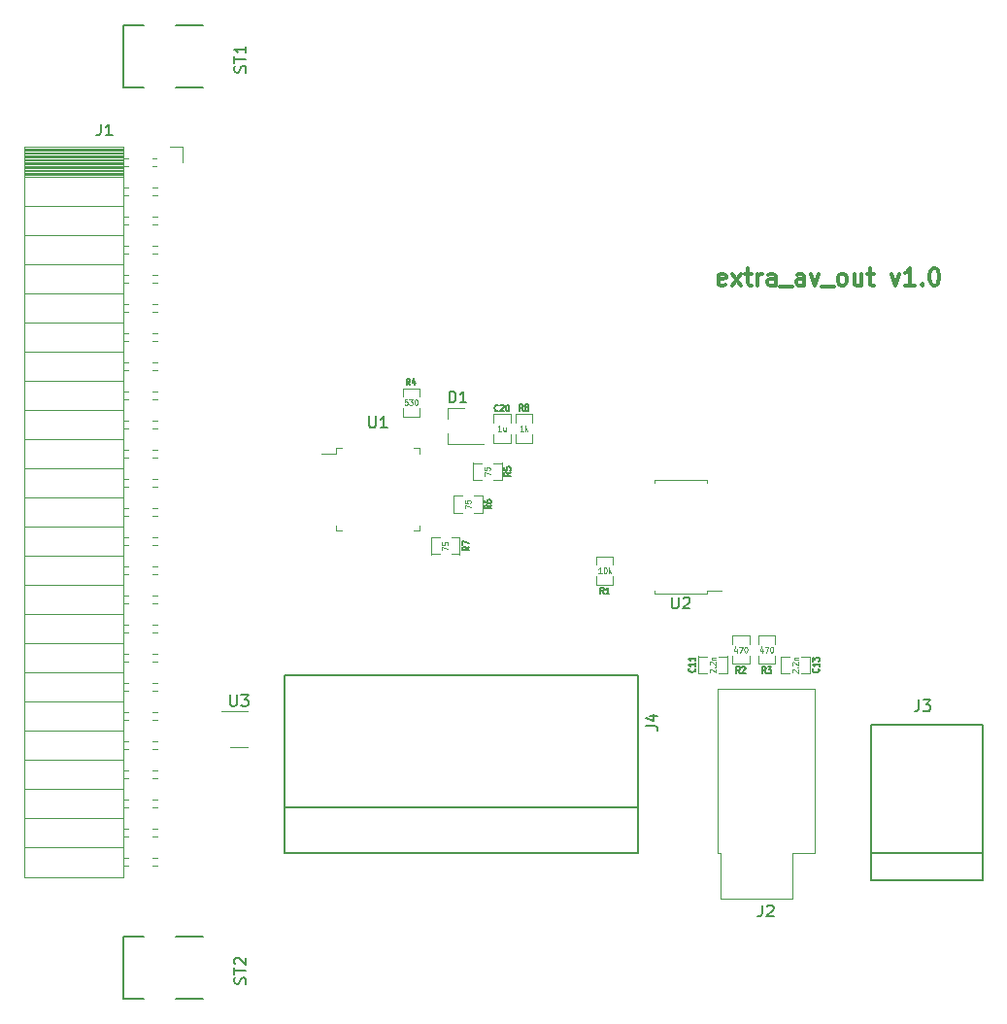
<source format=gbr>
%TF.GenerationSoftware,KiCad,Pcbnew,5.1.9+dfsg1-1*%
%TF.CreationDate,2021-08-04T00:34:55+03:00*%
%TF.ProjectId,extra_av_out,65787472-615f-4617-965f-6f75742e6b69,rev?*%
%TF.SameCoordinates,Original*%
%TF.FileFunction,Legend,Top*%
%TF.FilePolarity,Positive*%
%FSLAX46Y46*%
G04 Gerber Fmt 4.6, Leading zero omitted, Abs format (unit mm)*
G04 Created by KiCad (PCBNEW 5.1.9+dfsg1-1) date 2021-08-04 00:34:55*
%MOMM*%
%LPD*%
G01*
G04 APERTURE LIST*
%ADD10C,0.300000*%
%ADD11C,0.120000*%
%ADD12C,0.150000*%
%ADD13C,0.119380*%
%ADD14C,0.127000*%
%ADD15C,0.114300*%
G04 APERTURE END LIST*
D10*
X97400000Y-37907142D02*
X97257142Y-37978571D01*
X96971428Y-37978571D01*
X96828571Y-37907142D01*
X96757142Y-37764285D01*
X96757142Y-37192857D01*
X96828571Y-37050000D01*
X96971428Y-36978571D01*
X97257142Y-36978571D01*
X97400000Y-37050000D01*
X97471428Y-37192857D01*
X97471428Y-37335714D01*
X96757142Y-37478571D01*
X97971428Y-37978571D02*
X98757142Y-36978571D01*
X97971428Y-36978571D02*
X98757142Y-37978571D01*
X99114285Y-36978571D02*
X99685714Y-36978571D01*
X99328571Y-36478571D02*
X99328571Y-37764285D01*
X99400000Y-37907142D01*
X99542857Y-37978571D01*
X99685714Y-37978571D01*
X100185714Y-37978571D02*
X100185714Y-36978571D01*
X100185714Y-37264285D02*
X100257142Y-37121428D01*
X100328571Y-37050000D01*
X100471428Y-36978571D01*
X100614285Y-36978571D01*
X101757142Y-37978571D02*
X101757142Y-37192857D01*
X101685714Y-37050000D01*
X101542857Y-36978571D01*
X101257142Y-36978571D01*
X101114285Y-37050000D01*
X101757142Y-37907142D02*
X101614285Y-37978571D01*
X101257142Y-37978571D01*
X101114285Y-37907142D01*
X101042857Y-37764285D01*
X101042857Y-37621428D01*
X101114285Y-37478571D01*
X101257142Y-37407142D01*
X101614285Y-37407142D01*
X101757142Y-37335714D01*
X102114285Y-38121428D02*
X103257142Y-38121428D01*
X104257142Y-37978571D02*
X104257142Y-37192857D01*
X104185714Y-37050000D01*
X104042857Y-36978571D01*
X103757142Y-36978571D01*
X103614285Y-37050000D01*
X104257142Y-37907142D02*
X104114285Y-37978571D01*
X103757142Y-37978571D01*
X103614285Y-37907142D01*
X103542857Y-37764285D01*
X103542857Y-37621428D01*
X103614285Y-37478571D01*
X103757142Y-37407142D01*
X104114285Y-37407142D01*
X104257142Y-37335714D01*
X104828571Y-36978571D02*
X105185714Y-37978571D01*
X105542857Y-36978571D01*
X105757142Y-38121428D02*
X106900000Y-38121428D01*
X107471428Y-37978571D02*
X107328571Y-37907142D01*
X107257142Y-37835714D01*
X107185714Y-37692857D01*
X107185714Y-37264285D01*
X107257142Y-37121428D01*
X107328571Y-37050000D01*
X107471428Y-36978571D01*
X107685714Y-36978571D01*
X107828571Y-37050000D01*
X107900000Y-37121428D01*
X107971428Y-37264285D01*
X107971428Y-37692857D01*
X107900000Y-37835714D01*
X107828571Y-37907142D01*
X107685714Y-37978571D01*
X107471428Y-37978571D01*
X109257142Y-36978571D02*
X109257142Y-37978571D01*
X108614285Y-36978571D02*
X108614285Y-37764285D01*
X108685714Y-37907142D01*
X108828571Y-37978571D01*
X109042857Y-37978571D01*
X109185714Y-37907142D01*
X109257142Y-37835714D01*
X109757142Y-36978571D02*
X110328571Y-36978571D01*
X109971428Y-36478571D02*
X109971428Y-37764285D01*
X110042857Y-37907142D01*
X110185714Y-37978571D01*
X110328571Y-37978571D01*
X111828571Y-36978571D02*
X112185714Y-37978571D01*
X112542857Y-36978571D01*
X113900000Y-37978571D02*
X113042857Y-37978571D01*
X113471428Y-37978571D02*
X113471428Y-36478571D01*
X113328571Y-36692857D01*
X113185714Y-36835714D01*
X113042857Y-36907142D01*
X114542857Y-37835714D02*
X114614285Y-37907142D01*
X114542857Y-37978571D01*
X114471428Y-37907142D01*
X114542857Y-37835714D01*
X114542857Y-37978571D01*
X115542857Y-36478571D02*
X115685714Y-36478571D01*
X115828571Y-36550000D01*
X115900000Y-36621428D01*
X115971428Y-36764285D01*
X116042857Y-37050000D01*
X116042857Y-37407142D01*
X115971428Y-37692857D01*
X115900000Y-37835714D01*
X115828571Y-37907142D01*
X115685714Y-37978571D01*
X115542857Y-37978571D01*
X115400000Y-37907142D01*
X115328571Y-37835714D01*
X115257142Y-37692857D01*
X115185714Y-37407142D01*
X115185714Y-37050000D01*
X115257142Y-36764285D01*
X115328571Y-36621428D01*
X115400000Y-36550000D01*
X115542857Y-36478571D01*
D11*
%TO.C,J2*%
X103240000Y-87420000D02*
X103240000Y-91420000D01*
X105140000Y-87420000D02*
X103240000Y-87420000D01*
X105140000Y-73180000D02*
X105140000Y-87420000D01*
X96700000Y-73180000D02*
X105140000Y-73180000D01*
X96700000Y-87420000D02*
X96700000Y-73180000D01*
X97000000Y-87420000D02*
X96700000Y-87420000D01*
X97000000Y-91420000D02*
X97000000Y-87420000D01*
X103240000Y-91420000D02*
X97000000Y-91420000D01*
D12*
%TO.C,ST2*%
X51830000Y-94720000D02*
X49490000Y-94720000D01*
X51830000Y-100160000D02*
X49490000Y-100160000D01*
X46710000Y-94720000D02*
X44930000Y-94720000D01*
X44930000Y-94720000D02*
X44930000Y-100160000D01*
X44930000Y-100160000D02*
X46710000Y-100160000D01*
%TO.C,ST1*%
X51830000Y-15300000D02*
X49490000Y-15300000D01*
X51830000Y-20740000D02*
X49490000Y-20740000D01*
X46710000Y-15300000D02*
X44930000Y-15300000D01*
X44930000Y-15300000D02*
X44930000Y-20740000D01*
X44930000Y-20740000D02*
X46710000Y-20740000D01*
D11*
%TO.C,U3*%
X55770000Y-75070000D02*
X53470000Y-75070000D01*
X54170000Y-78270000D02*
X55770000Y-78270000D01*
%TO.C,U2*%
X95790000Y-64595000D02*
X97080000Y-64595000D01*
X95790000Y-64870000D02*
X95790000Y-64595000D01*
X93480000Y-64870000D02*
X95790000Y-64870000D01*
X91170000Y-64870000D02*
X91170000Y-64595000D01*
X93480000Y-64870000D02*
X91170000Y-64870000D01*
X95790000Y-54950000D02*
X95790000Y-55225000D01*
X93480000Y-54950000D02*
X95790000Y-54950000D01*
X91170000Y-54950000D02*
X91170000Y-55225000D01*
X93480000Y-54950000D02*
X91170000Y-54950000D01*
%TO.C,U1*%
X63480000Y-52620000D02*
X62190000Y-52620000D01*
X63480000Y-52170000D02*
X63480000Y-52620000D01*
X63930000Y-52170000D02*
X63480000Y-52170000D01*
X70700000Y-52170000D02*
X70700000Y-52620000D01*
X70250000Y-52170000D02*
X70700000Y-52170000D01*
X63480000Y-59390000D02*
X63480000Y-58940000D01*
X63930000Y-59390000D02*
X63480000Y-59390000D01*
X70700000Y-59390000D02*
X70700000Y-58940000D01*
X70250000Y-59390000D02*
X70700000Y-59390000D01*
D13*
%TO.C,R8*%
X79093400Y-49210480D02*
X80566600Y-49210480D01*
X80566600Y-51689520D02*
X79093400Y-51689520D01*
X80564060Y-49251120D02*
X80564060Y-49949620D01*
X80564060Y-50950380D02*
X80564060Y-51648880D01*
X79095940Y-49949620D02*
X79095940Y-49251120D01*
X79095940Y-50950380D02*
X79095940Y-51648880D01*
%TO.C,R7*%
X71740480Y-61426600D02*
X71740480Y-59953400D01*
X74219520Y-59953400D02*
X74219520Y-61426600D01*
X71781120Y-59955940D02*
X72479620Y-59955940D01*
X73480380Y-59955940D02*
X74178880Y-59955940D01*
X72479620Y-61424060D02*
X71781120Y-61424060D01*
X73480380Y-61424060D02*
X74178880Y-61424060D01*
%TO.C,R6*%
X73710480Y-57796600D02*
X73710480Y-56323400D01*
X76189520Y-56323400D02*
X76189520Y-57796600D01*
X73751120Y-56325940D02*
X74449620Y-56325940D01*
X75450380Y-56325940D02*
X76148880Y-56325940D01*
X74449620Y-57794060D02*
X73751120Y-57794060D01*
X75450380Y-57794060D02*
X76148880Y-57794060D01*
%TO.C,R5*%
X77879520Y-53463400D02*
X77879520Y-54936600D01*
X75400480Y-54936600D02*
X75400480Y-53463400D01*
X77838880Y-54934060D02*
X77140380Y-54934060D01*
X76139620Y-54934060D02*
X75441120Y-54934060D01*
X77140380Y-53465940D02*
X77838880Y-53465940D01*
X76139620Y-53465940D02*
X75441120Y-53465940D01*
%TO.C,R4*%
X69243400Y-46960480D02*
X70716600Y-46960480D01*
X70716600Y-49439520D02*
X69243400Y-49439520D01*
X70714060Y-47001120D02*
X70714060Y-47699620D01*
X70714060Y-48700380D02*
X70714060Y-49398880D01*
X69245940Y-47699620D02*
X69245940Y-47001120D01*
X69245940Y-48700380D02*
X69245940Y-49398880D01*
%TO.C,R3*%
X101726600Y-70989520D02*
X100253400Y-70989520D01*
X100253400Y-68510480D02*
X101726600Y-68510480D01*
X100255940Y-70948880D02*
X100255940Y-70250380D01*
X100255940Y-69249620D02*
X100255940Y-68551120D01*
X101724060Y-70250380D02*
X101724060Y-70948880D01*
X101724060Y-69249620D02*
X101724060Y-68551120D01*
%TO.C,R2*%
X99466600Y-70989520D02*
X97993400Y-70989520D01*
X97993400Y-68510480D02*
X99466600Y-68510480D01*
X97995940Y-70948880D02*
X97995940Y-70250380D01*
X97995940Y-69249620D02*
X97995940Y-68551120D01*
X99464060Y-70250380D02*
X99464060Y-70948880D01*
X99464060Y-69249620D02*
X99464060Y-68551120D01*
%TO.C,R1*%
X87606600Y-64089520D02*
X86133400Y-64089520D01*
X86133400Y-61610480D02*
X87606600Y-61610480D01*
X86135940Y-64048880D02*
X86135940Y-63350380D01*
X86135940Y-62349620D02*
X86135940Y-61651120D01*
X87604060Y-63350380D02*
X87604060Y-64048880D01*
X87604060Y-62349620D02*
X87604060Y-61651120D01*
D12*
%TO.C,J4*%
X58930000Y-87490000D02*
X58930000Y-71960000D01*
X89730000Y-87490000D02*
X58930000Y-87490000D01*
X89730000Y-71960000D02*
X89730000Y-87490000D01*
X89730000Y-71960000D02*
X58930000Y-71960000D01*
X89730000Y-83440000D02*
X58930000Y-83440000D01*
%TO.C,J3*%
X119830000Y-87475000D02*
X110130000Y-87475000D01*
X119830000Y-76325000D02*
X119830000Y-89825000D01*
X110130000Y-76325000D02*
X119830000Y-76325000D01*
X110130000Y-89825000D02*
X110130000Y-76325000D01*
X119830000Y-89825000D02*
X110130000Y-89825000D01*
D11*
%TO.C,J1*%
X48925790Y-25918710D02*
X50035790Y-25918710D01*
X50035790Y-25918710D02*
X50035790Y-27248710D01*
X36295790Y-25918710D02*
X36295790Y-89538710D01*
X36295790Y-89538710D02*
X44925790Y-89538710D01*
X44925790Y-25918710D02*
X44925790Y-89538710D01*
X36295790Y-25918710D02*
X44925790Y-25918710D01*
X36295790Y-86938710D02*
X44925790Y-86938710D01*
X36295790Y-84398710D02*
X44925790Y-84398710D01*
X36295790Y-81858710D02*
X44925790Y-81858710D01*
X36295790Y-79318710D02*
X44925790Y-79318710D01*
X36295790Y-76778710D02*
X44925790Y-76778710D01*
X36295790Y-74238710D02*
X44925790Y-74238710D01*
X36295790Y-71698710D02*
X44925790Y-71698710D01*
X36295790Y-69158710D02*
X44925790Y-69158710D01*
X36295790Y-66618710D02*
X44925790Y-66618710D01*
X36295790Y-64078710D02*
X44925790Y-64078710D01*
X36295790Y-61538710D02*
X44925790Y-61538710D01*
X36295790Y-58998710D02*
X44925790Y-58998710D01*
X36295790Y-56458710D02*
X44925790Y-56458710D01*
X36295790Y-53918710D02*
X44925790Y-53918710D01*
X36295790Y-51378710D02*
X44925790Y-51378710D01*
X36295790Y-48838710D02*
X44925790Y-48838710D01*
X36295790Y-46298710D02*
X44925790Y-46298710D01*
X36295790Y-43758710D02*
X44925790Y-43758710D01*
X36295790Y-41218710D02*
X44925790Y-41218710D01*
X36295790Y-38678710D02*
X44925790Y-38678710D01*
X36295790Y-36138710D02*
X44925790Y-36138710D01*
X36295790Y-33598710D02*
X44925790Y-33598710D01*
X36295790Y-31058710D02*
X44925790Y-31058710D01*
X36295790Y-28518710D02*
X44925790Y-28518710D01*
X47435790Y-88568710D02*
X47875790Y-88568710D01*
X44925790Y-88568710D02*
X45335790Y-88568710D01*
X47435790Y-87848710D02*
X47875790Y-87848710D01*
X44925790Y-87848710D02*
X45335790Y-87848710D01*
X47435790Y-86028710D02*
X47875790Y-86028710D01*
X44925790Y-86028710D02*
X45335790Y-86028710D01*
X47435790Y-85308710D02*
X47875790Y-85308710D01*
X44925790Y-85308710D02*
X45335790Y-85308710D01*
X47435790Y-83488710D02*
X47875790Y-83488710D01*
X44925790Y-83488710D02*
X45335790Y-83488710D01*
X47435790Y-82768710D02*
X47875790Y-82768710D01*
X44925790Y-82768710D02*
X45335790Y-82768710D01*
X47435790Y-80948710D02*
X47875790Y-80948710D01*
X44925790Y-80948710D02*
X45335790Y-80948710D01*
X47435790Y-80228710D02*
X47875790Y-80228710D01*
X44925790Y-80228710D02*
X45335790Y-80228710D01*
X47435790Y-78408710D02*
X47875790Y-78408710D01*
X44925790Y-78408710D02*
X45335790Y-78408710D01*
X47435790Y-77688710D02*
X47875790Y-77688710D01*
X44925790Y-77688710D02*
X45335790Y-77688710D01*
X47435790Y-75868710D02*
X47875790Y-75868710D01*
X44925790Y-75868710D02*
X45335790Y-75868710D01*
X47435790Y-75148710D02*
X47875790Y-75148710D01*
X44925790Y-75148710D02*
X45335790Y-75148710D01*
X47435790Y-73328710D02*
X47875790Y-73328710D01*
X44925790Y-73328710D02*
X45335790Y-73328710D01*
X47435790Y-72608710D02*
X47875790Y-72608710D01*
X44925790Y-72608710D02*
X45335790Y-72608710D01*
X47435790Y-70788710D02*
X47875790Y-70788710D01*
X44925790Y-70788710D02*
X45335790Y-70788710D01*
X47435790Y-70068710D02*
X47875790Y-70068710D01*
X44925790Y-70068710D02*
X45335790Y-70068710D01*
X47435790Y-68248710D02*
X47875790Y-68248710D01*
X44925790Y-68248710D02*
X45335790Y-68248710D01*
X47435790Y-67528710D02*
X47875790Y-67528710D01*
X44925790Y-67528710D02*
X45335790Y-67528710D01*
X47435790Y-65708710D02*
X47875790Y-65708710D01*
X44925790Y-65708710D02*
X45335790Y-65708710D01*
X47435790Y-64988710D02*
X47875790Y-64988710D01*
X44925790Y-64988710D02*
X45335790Y-64988710D01*
X47435790Y-63168710D02*
X47875790Y-63168710D01*
X44925790Y-63168710D02*
X45335790Y-63168710D01*
X47435790Y-62448710D02*
X47875790Y-62448710D01*
X44925790Y-62448710D02*
X45335790Y-62448710D01*
X47435790Y-60628710D02*
X47875790Y-60628710D01*
X44925790Y-60628710D02*
X45335790Y-60628710D01*
X47435790Y-59908710D02*
X47875790Y-59908710D01*
X44925790Y-59908710D02*
X45335790Y-59908710D01*
X47435790Y-58088710D02*
X47875790Y-58088710D01*
X44925790Y-58088710D02*
X45335790Y-58088710D01*
X47435790Y-57368710D02*
X47875790Y-57368710D01*
X44925790Y-57368710D02*
X45335790Y-57368710D01*
X47435790Y-55548710D02*
X47875790Y-55548710D01*
X44925790Y-55548710D02*
X45335790Y-55548710D01*
X47435790Y-54828710D02*
X47875790Y-54828710D01*
X44925790Y-54828710D02*
X45335790Y-54828710D01*
X47435790Y-53008710D02*
X47875790Y-53008710D01*
X44925790Y-53008710D02*
X45335790Y-53008710D01*
X47435790Y-52288710D02*
X47875790Y-52288710D01*
X44925790Y-52288710D02*
X45335790Y-52288710D01*
X47435790Y-50468710D02*
X47875790Y-50468710D01*
X44925790Y-50468710D02*
X45335790Y-50468710D01*
X47435790Y-49748710D02*
X47875790Y-49748710D01*
X44925790Y-49748710D02*
X45335790Y-49748710D01*
X47435790Y-47928710D02*
X47875790Y-47928710D01*
X44925790Y-47928710D02*
X45335790Y-47928710D01*
X47435790Y-47208710D02*
X47875790Y-47208710D01*
X44925790Y-47208710D02*
X45335790Y-47208710D01*
X47435790Y-45388710D02*
X47875790Y-45388710D01*
X44925790Y-45388710D02*
X45335790Y-45388710D01*
X47435790Y-44668710D02*
X47875790Y-44668710D01*
X44925790Y-44668710D02*
X45335790Y-44668710D01*
X47435790Y-42848710D02*
X47875790Y-42848710D01*
X44925790Y-42848710D02*
X45335790Y-42848710D01*
X47435790Y-42128710D02*
X47875790Y-42128710D01*
X44925790Y-42128710D02*
X45335790Y-42128710D01*
X47435790Y-40308710D02*
X47875790Y-40308710D01*
X44925790Y-40308710D02*
X45335790Y-40308710D01*
X47435790Y-39588710D02*
X47875790Y-39588710D01*
X44925790Y-39588710D02*
X45335790Y-39588710D01*
X47435790Y-37768710D02*
X47875790Y-37768710D01*
X44925790Y-37768710D02*
X45335790Y-37768710D01*
X47435790Y-37048710D02*
X47875790Y-37048710D01*
X44925790Y-37048710D02*
X45335790Y-37048710D01*
X47435790Y-35228710D02*
X47875790Y-35228710D01*
X44925790Y-35228710D02*
X45335790Y-35228710D01*
X47435790Y-34508710D02*
X47875790Y-34508710D01*
X44925790Y-34508710D02*
X45335790Y-34508710D01*
X47435790Y-32688710D02*
X47875790Y-32688710D01*
X44925790Y-32688710D02*
X45335790Y-32688710D01*
X47435790Y-31968710D02*
X47875790Y-31968710D01*
X44925790Y-31968710D02*
X45335790Y-31968710D01*
X47435790Y-30148710D02*
X47875790Y-30148710D01*
X44925790Y-30148710D02*
X45335790Y-30148710D01*
X47435790Y-29428710D02*
X47875790Y-29428710D01*
X44925790Y-29428710D02*
X45335790Y-29428710D01*
X47435790Y-27608710D02*
X47815790Y-27608710D01*
X44925790Y-27608710D02*
X45335790Y-27608710D01*
X47435790Y-26888710D02*
X47815790Y-26888710D01*
X44925790Y-26888710D02*
X45335790Y-26888710D01*
X36295790Y-28400610D02*
X44925790Y-28400610D01*
X36295790Y-28282515D02*
X44925790Y-28282515D01*
X36295790Y-28164420D02*
X44925790Y-28164420D01*
X36295790Y-28046325D02*
X44925790Y-28046325D01*
X36295790Y-27928230D02*
X44925790Y-27928230D01*
X36295790Y-27810135D02*
X44925790Y-27810135D01*
X36295790Y-27692040D02*
X44925790Y-27692040D01*
X36295790Y-27573945D02*
X44925790Y-27573945D01*
X36295790Y-27455850D02*
X44925790Y-27455850D01*
X36295790Y-27337755D02*
X44925790Y-27337755D01*
X36295790Y-27219660D02*
X44925790Y-27219660D01*
X36295790Y-27101565D02*
X44925790Y-27101565D01*
X36295790Y-26983470D02*
X44925790Y-26983470D01*
X36295790Y-26865375D02*
X44925790Y-26865375D01*
X36295790Y-26747280D02*
X44925790Y-26747280D01*
X36295790Y-26629185D02*
X44925790Y-26629185D01*
X36295790Y-26511090D02*
X44925790Y-26511090D01*
X36295790Y-26392995D02*
X44925790Y-26392995D01*
X36295790Y-26274900D02*
X44925790Y-26274900D01*
X36295790Y-26156805D02*
X44925790Y-26156805D01*
X36295790Y-26038710D02*
X44925790Y-26038710D01*
%TO.C,D1*%
X73180000Y-48690000D02*
X74640000Y-48690000D01*
X73180000Y-51850000D02*
X76340000Y-51850000D01*
X73180000Y-51850000D02*
X73180000Y-50920000D01*
X73180000Y-48690000D02*
X73180000Y-49620000D01*
D13*
%TO.C,C20*%
X78646600Y-51699520D02*
X77173400Y-51699520D01*
X77173400Y-49220480D02*
X78646600Y-49220480D01*
X77175940Y-51658880D02*
X77175940Y-50960380D01*
X77175940Y-49959620D02*
X77175940Y-49261120D01*
X78644060Y-50960380D02*
X78644060Y-51658880D01*
X78644060Y-49959620D02*
X78644060Y-49261120D01*
%TO.C,C13*%
X102250480Y-71806600D02*
X102250480Y-70333400D01*
X104729520Y-70333400D02*
X104729520Y-71806600D01*
X102291120Y-70335940D02*
X102989620Y-70335940D01*
X103990380Y-70335940D02*
X104688880Y-70335940D01*
X102989620Y-71804060D02*
X102291120Y-71804060D01*
X103990380Y-71804060D02*
X104688880Y-71804060D01*
%TO.C,C11*%
X95060480Y-71786600D02*
X95060480Y-70313400D01*
X97539520Y-70313400D02*
X97539520Y-71786600D01*
X95101120Y-70315940D02*
X95799620Y-70315940D01*
X96800380Y-70315940D02*
X97498880Y-70315940D01*
X95799620Y-71784060D02*
X95101120Y-71784060D01*
X96800380Y-71784060D02*
X97498880Y-71784060D01*
%TO.C,J2*%
D12*
X100586666Y-92002380D02*
X100586666Y-92716666D01*
X100539047Y-92859523D01*
X100443809Y-92954761D01*
X100300952Y-93002380D01*
X100205714Y-93002380D01*
X101015238Y-92097619D02*
X101062857Y-92050000D01*
X101158095Y-92002380D01*
X101396190Y-92002380D01*
X101491428Y-92050000D01*
X101539047Y-92097619D01*
X101586666Y-92192857D01*
X101586666Y-92288095D01*
X101539047Y-92430952D01*
X100967619Y-93002380D01*
X101586666Y-93002380D01*
%TO.C,ST2*%
X55530241Y-98864797D02*
X55577860Y-98721940D01*
X55577860Y-98483844D01*
X55530241Y-98388606D01*
X55482622Y-98340987D01*
X55387384Y-98293368D01*
X55292146Y-98293368D01*
X55196908Y-98340987D01*
X55149289Y-98388606D01*
X55101670Y-98483844D01*
X55054051Y-98674320D01*
X55006432Y-98769559D01*
X54958813Y-98817178D01*
X54863575Y-98864797D01*
X54768337Y-98864797D01*
X54673099Y-98817178D01*
X54625480Y-98769559D01*
X54577860Y-98674320D01*
X54577860Y-98436225D01*
X54625480Y-98293368D01*
X54577860Y-98007654D02*
X54577860Y-97436225D01*
X55577860Y-97721940D02*
X54577860Y-97721940D01*
X54673099Y-97150511D02*
X54625480Y-97102892D01*
X54577860Y-97007654D01*
X54577860Y-96769559D01*
X54625480Y-96674320D01*
X54673099Y-96626701D01*
X54768337Y-96579082D01*
X54863575Y-96579082D01*
X55006432Y-96626701D01*
X55577860Y-97198130D01*
X55577860Y-96579082D01*
%TO.C,ST1*%
X55530241Y-19444797D02*
X55577860Y-19301940D01*
X55577860Y-19063844D01*
X55530241Y-18968606D01*
X55482622Y-18920987D01*
X55387384Y-18873368D01*
X55292146Y-18873368D01*
X55196908Y-18920987D01*
X55149289Y-18968606D01*
X55101670Y-19063844D01*
X55054051Y-19254320D01*
X55006432Y-19349559D01*
X54958813Y-19397178D01*
X54863575Y-19444797D01*
X54768337Y-19444797D01*
X54673099Y-19397178D01*
X54625480Y-19349559D01*
X54577860Y-19254320D01*
X54577860Y-19016225D01*
X54625480Y-18873368D01*
X54577860Y-18587654D02*
X54577860Y-18016225D01*
X55577860Y-18301940D02*
X54577860Y-18301940D01*
X55577860Y-17159082D02*
X55577860Y-17730511D01*
X55577860Y-17444797D02*
X54577860Y-17444797D01*
X54720718Y-17540035D01*
X54815956Y-17635273D01*
X54863575Y-17730511D01*
%TO.C,U3*%
X54208095Y-73672380D02*
X54208095Y-74481904D01*
X54255714Y-74577142D01*
X54303333Y-74624761D01*
X54398571Y-74672380D01*
X54589047Y-74672380D01*
X54684285Y-74624761D01*
X54731904Y-74577142D01*
X54779523Y-74481904D01*
X54779523Y-73672380D01*
X55160476Y-73672380D02*
X55779523Y-73672380D01*
X55446190Y-74053333D01*
X55589047Y-74053333D01*
X55684285Y-74100952D01*
X55731904Y-74148571D01*
X55779523Y-74243809D01*
X55779523Y-74481904D01*
X55731904Y-74577142D01*
X55684285Y-74624761D01*
X55589047Y-74672380D01*
X55303333Y-74672380D01*
X55208095Y-74624761D01*
X55160476Y-74577142D01*
%TO.C,U2*%
X92718095Y-65162380D02*
X92718095Y-65971904D01*
X92765714Y-66067142D01*
X92813333Y-66114761D01*
X92908571Y-66162380D01*
X93099047Y-66162380D01*
X93194285Y-66114761D01*
X93241904Y-66067142D01*
X93289523Y-65971904D01*
X93289523Y-65162380D01*
X93718095Y-65257619D02*
X93765714Y-65210000D01*
X93860952Y-65162380D01*
X94099047Y-65162380D01*
X94194285Y-65210000D01*
X94241904Y-65257619D01*
X94289523Y-65352857D01*
X94289523Y-65448095D01*
X94241904Y-65590952D01*
X93670476Y-66162380D01*
X94289523Y-66162380D01*
%TO.C,U1*%
X66328095Y-49382380D02*
X66328095Y-50191904D01*
X66375714Y-50287142D01*
X66423333Y-50334761D01*
X66518571Y-50382380D01*
X66709047Y-50382380D01*
X66804285Y-50334761D01*
X66851904Y-50287142D01*
X66899523Y-50191904D01*
X66899523Y-49382380D01*
X67899523Y-50382380D02*
X67328095Y-50382380D01*
X67613809Y-50382380D02*
X67613809Y-49382380D01*
X67518571Y-49525238D01*
X67423333Y-49620476D01*
X67328095Y-49668095D01*
%TO.C,R8*%
D14*
X79745333Y-48936280D02*
X79576000Y-48658090D01*
X79455047Y-48936280D02*
X79455047Y-48352080D01*
X79648571Y-48352080D01*
X79696952Y-48379900D01*
X79721142Y-48407719D01*
X79745333Y-48463357D01*
X79745333Y-48546814D01*
X79721142Y-48602452D01*
X79696952Y-48630271D01*
X79648571Y-48658090D01*
X79455047Y-48658090D01*
X80035619Y-48602452D02*
X79987238Y-48574633D01*
X79963047Y-48546814D01*
X79938857Y-48491176D01*
X79938857Y-48463357D01*
X79963047Y-48407719D01*
X79987238Y-48379900D01*
X80035619Y-48352080D01*
X80132380Y-48352080D01*
X80180761Y-48379900D01*
X80204952Y-48407719D01*
X80229142Y-48463357D01*
X80229142Y-48491176D01*
X80204952Y-48546814D01*
X80180761Y-48574633D01*
X80132380Y-48602452D01*
X80035619Y-48602452D01*
X79987238Y-48630271D01*
X79963047Y-48658090D01*
X79938857Y-48713728D01*
X79938857Y-48825004D01*
X79963047Y-48880642D01*
X79987238Y-48908461D01*
X80035619Y-48936280D01*
X80132380Y-48936280D01*
X80180761Y-48908461D01*
X80204952Y-48880642D01*
X80229142Y-48825004D01*
X80229142Y-48713728D01*
X80204952Y-48658090D01*
X80180761Y-48630271D01*
X80132380Y-48602452D01*
D15*
X79775571Y-50679809D02*
X79514314Y-50679809D01*
X79644942Y-50679809D02*
X79644942Y-50171809D01*
X79601400Y-50244380D01*
X79557857Y-50292761D01*
X79514314Y-50316952D01*
X79971514Y-50679809D02*
X79971514Y-50171809D01*
X80015057Y-50486285D02*
X80145685Y-50679809D01*
X80145685Y-50341142D02*
X79971514Y-50534666D01*
%TO.C,R7*%
D14*
X75054280Y-60764666D02*
X74776090Y-60934000D01*
X75054280Y-61054952D02*
X74470080Y-61054952D01*
X74470080Y-60861428D01*
X74497900Y-60813047D01*
X74525719Y-60788857D01*
X74581357Y-60764666D01*
X74664814Y-60764666D01*
X74720452Y-60788857D01*
X74748271Y-60813047D01*
X74776090Y-60861428D01*
X74776090Y-61054952D01*
X74470080Y-60595333D02*
X74470080Y-60256666D01*
X75054280Y-60474380D01*
D15*
X72701809Y-61060114D02*
X72701809Y-60755314D01*
X73209809Y-60951257D01*
X72701809Y-60363428D02*
X72701809Y-60581142D01*
X72943714Y-60602914D01*
X72919523Y-60581142D01*
X72895333Y-60537600D01*
X72895333Y-60428742D01*
X72919523Y-60385200D01*
X72943714Y-60363428D01*
X72992095Y-60341657D01*
X73113047Y-60341657D01*
X73161428Y-60363428D01*
X73185619Y-60385200D01*
X73209809Y-60428742D01*
X73209809Y-60537600D01*
X73185619Y-60581142D01*
X73161428Y-60602914D01*
%TO.C,R6*%
D14*
X76984280Y-57144666D02*
X76706090Y-57314000D01*
X76984280Y-57434952D02*
X76400080Y-57434952D01*
X76400080Y-57241428D01*
X76427900Y-57193047D01*
X76455719Y-57168857D01*
X76511357Y-57144666D01*
X76594814Y-57144666D01*
X76650452Y-57168857D01*
X76678271Y-57193047D01*
X76706090Y-57241428D01*
X76706090Y-57434952D01*
X76400080Y-56709238D02*
X76400080Y-56806000D01*
X76427900Y-56854380D01*
X76455719Y-56878571D01*
X76539176Y-56926952D01*
X76650452Y-56951142D01*
X76873004Y-56951142D01*
X76928642Y-56926952D01*
X76956461Y-56902761D01*
X76984280Y-56854380D01*
X76984280Y-56757619D01*
X76956461Y-56709238D01*
X76928642Y-56685047D01*
X76873004Y-56660857D01*
X76733909Y-56660857D01*
X76678271Y-56685047D01*
X76650452Y-56709238D01*
X76622633Y-56757619D01*
X76622633Y-56854380D01*
X76650452Y-56902761D01*
X76678271Y-56926952D01*
X76733909Y-56951142D01*
D15*
X74671809Y-57430114D02*
X74671809Y-57125314D01*
X75179809Y-57321257D01*
X74671809Y-56733428D02*
X74671809Y-56951142D01*
X74913714Y-56972914D01*
X74889523Y-56951142D01*
X74865333Y-56907600D01*
X74865333Y-56798742D01*
X74889523Y-56755200D01*
X74913714Y-56733428D01*
X74962095Y-56711657D01*
X75083047Y-56711657D01*
X75131428Y-56733428D01*
X75155619Y-56755200D01*
X75179809Y-56798742D01*
X75179809Y-56907600D01*
X75155619Y-56951142D01*
X75131428Y-56972914D01*
%TO.C,R5*%
D14*
X78682280Y-54284666D02*
X78404090Y-54454000D01*
X78682280Y-54574952D02*
X78098080Y-54574952D01*
X78098080Y-54381428D01*
X78125900Y-54333047D01*
X78153719Y-54308857D01*
X78209357Y-54284666D01*
X78292814Y-54284666D01*
X78348452Y-54308857D01*
X78376271Y-54333047D01*
X78404090Y-54381428D01*
X78404090Y-54574952D01*
X78098080Y-53825047D02*
X78098080Y-54066952D01*
X78376271Y-54091142D01*
X78348452Y-54066952D01*
X78320633Y-54018571D01*
X78320633Y-53897619D01*
X78348452Y-53849238D01*
X78376271Y-53825047D01*
X78431909Y-53800857D01*
X78571004Y-53800857D01*
X78626642Y-53825047D01*
X78654461Y-53849238D01*
X78682280Y-53897619D01*
X78682280Y-54018571D01*
X78654461Y-54066952D01*
X78626642Y-54091142D01*
D15*
X76361809Y-54570114D02*
X76361809Y-54265314D01*
X76869809Y-54461257D01*
X76361809Y-53873428D02*
X76361809Y-54091142D01*
X76603714Y-54112914D01*
X76579523Y-54091142D01*
X76555333Y-54047600D01*
X76555333Y-53938742D01*
X76579523Y-53895200D01*
X76603714Y-53873428D01*
X76652095Y-53851657D01*
X76773047Y-53851657D01*
X76821428Y-53873428D01*
X76845619Y-53895200D01*
X76869809Y-53938742D01*
X76869809Y-54047600D01*
X76845619Y-54091142D01*
X76821428Y-54112914D01*
%TO.C,R4*%
D14*
X69895333Y-46686280D02*
X69726000Y-46408090D01*
X69605047Y-46686280D02*
X69605047Y-46102080D01*
X69798571Y-46102080D01*
X69846952Y-46129900D01*
X69871142Y-46157719D01*
X69895333Y-46213357D01*
X69895333Y-46296814D01*
X69871142Y-46352452D01*
X69846952Y-46380271D01*
X69798571Y-46408090D01*
X69605047Y-46408090D01*
X70330761Y-46296814D02*
X70330761Y-46686280D01*
X70209809Y-46074261D02*
X70088857Y-46491547D01*
X70403333Y-46491547D01*
D15*
X69653428Y-47921809D02*
X69435714Y-47921809D01*
X69413942Y-48163714D01*
X69435714Y-48139523D01*
X69479257Y-48115333D01*
X69588114Y-48115333D01*
X69631657Y-48139523D01*
X69653428Y-48163714D01*
X69675200Y-48212095D01*
X69675200Y-48333047D01*
X69653428Y-48381428D01*
X69631657Y-48405619D01*
X69588114Y-48429809D01*
X69479257Y-48429809D01*
X69435714Y-48405619D01*
X69413942Y-48381428D01*
X69827600Y-47921809D02*
X70110628Y-47921809D01*
X69958228Y-48115333D01*
X70023542Y-48115333D01*
X70067085Y-48139523D01*
X70088857Y-48163714D01*
X70110628Y-48212095D01*
X70110628Y-48333047D01*
X70088857Y-48381428D01*
X70067085Y-48405619D01*
X70023542Y-48429809D01*
X69892914Y-48429809D01*
X69849371Y-48405619D01*
X69827600Y-48381428D01*
X70393657Y-47921809D02*
X70437200Y-47921809D01*
X70480742Y-47946000D01*
X70502514Y-47970190D01*
X70524285Y-48018571D01*
X70546057Y-48115333D01*
X70546057Y-48236285D01*
X70524285Y-48333047D01*
X70502514Y-48381428D01*
X70480742Y-48405619D01*
X70437200Y-48429809D01*
X70393657Y-48429809D01*
X70350114Y-48405619D01*
X70328342Y-48381428D01*
X70306571Y-48333047D01*
X70284800Y-48236285D01*
X70284800Y-48115333D01*
X70306571Y-48018571D01*
X70328342Y-47970190D01*
X70350114Y-47946000D01*
X70393657Y-47921809D01*
%TO.C,R3*%
D14*
X100905333Y-71792280D02*
X100736000Y-71514090D01*
X100615047Y-71792280D02*
X100615047Y-71208080D01*
X100808571Y-71208080D01*
X100856952Y-71235900D01*
X100881142Y-71263719D01*
X100905333Y-71319357D01*
X100905333Y-71402814D01*
X100881142Y-71458452D01*
X100856952Y-71486271D01*
X100808571Y-71514090D01*
X100615047Y-71514090D01*
X101074666Y-71208080D02*
X101389142Y-71208080D01*
X101219809Y-71430633D01*
X101292380Y-71430633D01*
X101340761Y-71458452D01*
X101364952Y-71486271D01*
X101389142Y-71541909D01*
X101389142Y-71681004D01*
X101364952Y-71736642D01*
X101340761Y-71764461D01*
X101292380Y-71792280D01*
X101147238Y-71792280D01*
X101098857Y-71764461D01*
X101074666Y-71736642D01*
D15*
X100641657Y-69641142D02*
X100641657Y-69979809D01*
X100532800Y-69447619D02*
X100423942Y-69810476D01*
X100706971Y-69810476D01*
X100837600Y-69471809D02*
X101142400Y-69471809D01*
X100946457Y-69979809D01*
X101403657Y-69471809D02*
X101447200Y-69471809D01*
X101490742Y-69496000D01*
X101512514Y-69520190D01*
X101534285Y-69568571D01*
X101556057Y-69665333D01*
X101556057Y-69786285D01*
X101534285Y-69883047D01*
X101512514Y-69931428D01*
X101490742Y-69955619D01*
X101447200Y-69979809D01*
X101403657Y-69979809D01*
X101360114Y-69955619D01*
X101338342Y-69931428D01*
X101316571Y-69883047D01*
X101294800Y-69786285D01*
X101294800Y-69665333D01*
X101316571Y-69568571D01*
X101338342Y-69520190D01*
X101360114Y-69496000D01*
X101403657Y-69471809D01*
%TO.C,R2*%
D14*
X98645333Y-71792280D02*
X98476000Y-71514090D01*
X98355047Y-71792280D02*
X98355047Y-71208080D01*
X98548571Y-71208080D01*
X98596952Y-71235900D01*
X98621142Y-71263719D01*
X98645333Y-71319357D01*
X98645333Y-71402814D01*
X98621142Y-71458452D01*
X98596952Y-71486271D01*
X98548571Y-71514090D01*
X98355047Y-71514090D01*
X98838857Y-71263719D02*
X98863047Y-71235900D01*
X98911428Y-71208080D01*
X99032380Y-71208080D01*
X99080761Y-71235900D01*
X99104952Y-71263719D01*
X99129142Y-71319357D01*
X99129142Y-71374995D01*
X99104952Y-71458452D01*
X98814666Y-71792280D01*
X99129142Y-71792280D01*
D15*
X98381657Y-69641142D02*
X98381657Y-69979809D01*
X98272800Y-69447619D02*
X98163942Y-69810476D01*
X98446971Y-69810476D01*
X98577600Y-69471809D02*
X98882400Y-69471809D01*
X98686457Y-69979809D01*
X99143657Y-69471809D02*
X99187200Y-69471809D01*
X99230742Y-69496000D01*
X99252514Y-69520190D01*
X99274285Y-69568571D01*
X99296057Y-69665333D01*
X99296057Y-69786285D01*
X99274285Y-69883047D01*
X99252514Y-69931428D01*
X99230742Y-69955619D01*
X99187200Y-69979809D01*
X99143657Y-69979809D01*
X99100114Y-69955619D01*
X99078342Y-69931428D01*
X99056571Y-69883047D01*
X99034800Y-69786285D01*
X99034800Y-69665333D01*
X99056571Y-69568571D01*
X99078342Y-69520190D01*
X99100114Y-69496000D01*
X99143657Y-69471809D01*
%TO.C,R1*%
D14*
X86785333Y-64892280D02*
X86616000Y-64614090D01*
X86495047Y-64892280D02*
X86495047Y-64308080D01*
X86688571Y-64308080D01*
X86736952Y-64335900D01*
X86761142Y-64363719D01*
X86785333Y-64419357D01*
X86785333Y-64502814D01*
X86761142Y-64558452D01*
X86736952Y-64586271D01*
X86688571Y-64614090D01*
X86495047Y-64614090D01*
X87269142Y-64892280D02*
X86978857Y-64892280D01*
X87124000Y-64892280D02*
X87124000Y-64308080D01*
X87075619Y-64391538D01*
X87027238Y-64447176D01*
X86978857Y-64474995D01*
D15*
X86597857Y-63079809D02*
X86336600Y-63079809D01*
X86467228Y-63079809D02*
X86467228Y-62571809D01*
X86423685Y-62644380D01*
X86380142Y-62692761D01*
X86336600Y-62716952D01*
X86880885Y-62571809D02*
X86924428Y-62571809D01*
X86967971Y-62596000D01*
X86989742Y-62620190D01*
X87011514Y-62668571D01*
X87033285Y-62765333D01*
X87033285Y-62886285D01*
X87011514Y-62983047D01*
X86989742Y-63031428D01*
X86967971Y-63055619D01*
X86924428Y-63079809D01*
X86880885Y-63079809D01*
X86837342Y-63055619D01*
X86815571Y-63031428D01*
X86793800Y-62983047D01*
X86772028Y-62886285D01*
X86772028Y-62765333D01*
X86793800Y-62668571D01*
X86815571Y-62620190D01*
X86837342Y-62596000D01*
X86880885Y-62571809D01*
X87229228Y-63079809D02*
X87229228Y-62571809D01*
X87272771Y-62886285D02*
X87403400Y-63079809D01*
X87403400Y-62741142D02*
X87229228Y-62934666D01*
%TO.C,J4*%
D12*
X90484660Y-76388253D02*
X91198946Y-76388253D01*
X91341803Y-76435872D01*
X91437041Y-76531110D01*
X91484660Y-76673967D01*
X91484660Y-76769205D01*
X90817994Y-75483491D02*
X91484660Y-75483491D01*
X90437041Y-75721586D02*
X91151327Y-75959681D01*
X91151327Y-75340634D01*
%TO.C,J3*%
X114245346Y-74112460D02*
X114245346Y-74826746D01*
X114197727Y-74969603D01*
X114102489Y-75064841D01*
X113959632Y-75112460D01*
X113864394Y-75112460D01*
X114626299Y-74112460D02*
X115245346Y-74112460D01*
X114912013Y-74493413D01*
X115054870Y-74493413D01*
X115150108Y-74541032D01*
X115197727Y-74588651D01*
X115245346Y-74683889D01*
X115245346Y-74921984D01*
X115197727Y-75017222D01*
X115150108Y-75064841D01*
X115054870Y-75112460D01*
X114769156Y-75112460D01*
X114673918Y-75064841D01*
X114626299Y-75017222D01*
%TO.C,J1*%
X42942456Y-23931090D02*
X42942456Y-24645376D01*
X42894837Y-24788233D01*
X42799599Y-24883471D01*
X42656742Y-24931090D01*
X42561504Y-24931090D01*
X43942456Y-24931090D02*
X43371028Y-24931090D01*
X43656742Y-24931090D02*
X43656742Y-23931090D01*
X43561504Y-24073948D01*
X43466266Y-24169186D01*
X43371028Y-24216805D01*
%TO.C,D1*%
X73301904Y-48202380D02*
X73301904Y-47202380D01*
X73540000Y-47202380D01*
X73682857Y-47250000D01*
X73778095Y-47345238D01*
X73825714Y-47440476D01*
X73873333Y-47630952D01*
X73873333Y-47773809D01*
X73825714Y-47964285D01*
X73778095Y-48059523D01*
X73682857Y-48154761D01*
X73540000Y-48202380D01*
X73301904Y-48202380D01*
X74825714Y-48202380D02*
X74254285Y-48202380D01*
X74540000Y-48202380D02*
X74540000Y-47202380D01*
X74444761Y-47345238D01*
X74349523Y-47440476D01*
X74254285Y-47488095D01*
%TO.C,C20*%
D14*
X77573428Y-48918642D02*
X77549238Y-48946461D01*
X77476666Y-48974280D01*
X77428285Y-48974280D01*
X77355714Y-48946461D01*
X77307333Y-48890823D01*
X77283142Y-48835185D01*
X77258952Y-48723909D01*
X77258952Y-48640452D01*
X77283142Y-48529176D01*
X77307333Y-48473538D01*
X77355714Y-48417900D01*
X77428285Y-48390080D01*
X77476666Y-48390080D01*
X77549238Y-48417900D01*
X77573428Y-48445719D01*
X77766952Y-48445719D02*
X77791142Y-48417900D01*
X77839523Y-48390080D01*
X77960476Y-48390080D01*
X78008857Y-48417900D01*
X78033047Y-48445719D01*
X78057238Y-48501357D01*
X78057238Y-48556995D01*
X78033047Y-48640452D01*
X77742761Y-48974280D01*
X78057238Y-48974280D01*
X78371714Y-48390080D02*
X78420095Y-48390080D01*
X78468476Y-48417900D01*
X78492666Y-48445719D01*
X78516857Y-48501357D01*
X78541047Y-48612633D01*
X78541047Y-48751728D01*
X78516857Y-48863004D01*
X78492666Y-48918642D01*
X78468476Y-48946461D01*
X78420095Y-48974280D01*
X78371714Y-48974280D01*
X78323333Y-48946461D01*
X78299142Y-48918642D01*
X78274952Y-48863004D01*
X78250761Y-48751728D01*
X78250761Y-48612633D01*
X78274952Y-48501357D01*
X78299142Y-48445719D01*
X78323333Y-48417900D01*
X78371714Y-48390080D01*
D15*
X77833800Y-50689809D02*
X77572542Y-50689809D01*
X77703171Y-50689809D02*
X77703171Y-50181809D01*
X77659628Y-50254380D01*
X77616085Y-50302761D01*
X77572542Y-50326952D01*
X78225685Y-50351142D02*
X78225685Y-50689809D01*
X78029742Y-50351142D02*
X78029742Y-50617238D01*
X78051514Y-50665619D01*
X78095057Y-50689809D01*
X78160371Y-50689809D01*
X78203914Y-50665619D01*
X78225685Y-50641428D01*
%TO.C,C13*%
D14*
X105508642Y-71396571D02*
X105536461Y-71420761D01*
X105564280Y-71493333D01*
X105564280Y-71541714D01*
X105536461Y-71614285D01*
X105480823Y-71662666D01*
X105425185Y-71686857D01*
X105313909Y-71711047D01*
X105230452Y-71711047D01*
X105119176Y-71686857D01*
X105063538Y-71662666D01*
X105007900Y-71614285D01*
X104980080Y-71541714D01*
X104980080Y-71493333D01*
X105007900Y-71420761D01*
X105035719Y-71396571D01*
X105564280Y-70912761D02*
X105564280Y-71203047D01*
X105564280Y-71057904D02*
X104980080Y-71057904D01*
X105063538Y-71106285D01*
X105119176Y-71154666D01*
X105146995Y-71203047D01*
X104980080Y-70743428D02*
X104980080Y-70428952D01*
X105202633Y-70598285D01*
X105202633Y-70525714D01*
X105230452Y-70477333D01*
X105258271Y-70453142D01*
X105313909Y-70428952D01*
X105453004Y-70428952D01*
X105508642Y-70453142D01*
X105536461Y-70477333D01*
X105564280Y-70525714D01*
X105564280Y-70670857D01*
X105536461Y-70719238D01*
X105508642Y-70743428D01*
D15*
X103260190Y-71734028D02*
X103236000Y-71712257D01*
X103211809Y-71668714D01*
X103211809Y-71559857D01*
X103236000Y-71516314D01*
X103260190Y-71494542D01*
X103308571Y-71472771D01*
X103356952Y-71472771D01*
X103429523Y-71494542D01*
X103719809Y-71755800D01*
X103719809Y-71472771D01*
X103671428Y-71276828D02*
X103695619Y-71255057D01*
X103719809Y-71276828D01*
X103695619Y-71298600D01*
X103671428Y-71276828D01*
X103719809Y-71276828D01*
X103260190Y-71080885D02*
X103236000Y-71059114D01*
X103211809Y-71015571D01*
X103211809Y-70906714D01*
X103236000Y-70863171D01*
X103260190Y-70841400D01*
X103308571Y-70819628D01*
X103356952Y-70819628D01*
X103429523Y-70841400D01*
X103719809Y-71102657D01*
X103719809Y-70819628D01*
X103381142Y-70623685D02*
X103719809Y-70623685D01*
X103429523Y-70623685D02*
X103405333Y-70601914D01*
X103381142Y-70558371D01*
X103381142Y-70493057D01*
X103405333Y-70449514D01*
X103453714Y-70427742D01*
X103719809Y-70427742D01*
%TO.C,C11*%
D14*
X94730642Y-71376571D02*
X94758461Y-71400761D01*
X94786280Y-71473333D01*
X94786280Y-71521714D01*
X94758461Y-71594285D01*
X94702823Y-71642666D01*
X94647185Y-71666857D01*
X94535909Y-71691047D01*
X94452452Y-71691047D01*
X94341176Y-71666857D01*
X94285538Y-71642666D01*
X94229900Y-71594285D01*
X94202080Y-71521714D01*
X94202080Y-71473333D01*
X94229900Y-71400761D01*
X94257719Y-71376571D01*
X94786280Y-70892761D02*
X94786280Y-71183047D01*
X94786280Y-71037904D02*
X94202080Y-71037904D01*
X94285538Y-71086285D01*
X94341176Y-71134666D01*
X94368995Y-71183047D01*
X94786280Y-70408952D02*
X94786280Y-70699238D01*
X94786280Y-70554095D02*
X94202080Y-70554095D01*
X94285538Y-70602476D01*
X94341176Y-70650857D01*
X94368995Y-70699238D01*
D15*
X96070190Y-71714028D02*
X96046000Y-71692257D01*
X96021809Y-71648714D01*
X96021809Y-71539857D01*
X96046000Y-71496314D01*
X96070190Y-71474542D01*
X96118571Y-71452771D01*
X96166952Y-71452771D01*
X96239523Y-71474542D01*
X96529809Y-71735800D01*
X96529809Y-71452771D01*
X96481428Y-71256828D02*
X96505619Y-71235057D01*
X96529809Y-71256828D01*
X96505619Y-71278600D01*
X96481428Y-71256828D01*
X96529809Y-71256828D01*
X96070190Y-71060885D02*
X96046000Y-71039114D01*
X96021809Y-70995571D01*
X96021809Y-70886714D01*
X96046000Y-70843171D01*
X96070190Y-70821400D01*
X96118571Y-70799628D01*
X96166952Y-70799628D01*
X96239523Y-70821400D01*
X96529809Y-71082657D01*
X96529809Y-70799628D01*
X96191142Y-70603685D02*
X96529809Y-70603685D01*
X96239523Y-70603685D02*
X96215333Y-70581914D01*
X96191142Y-70538371D01*
X96191142Y-70473057D01*
X96215333Y-70429514D01*
X96263714Y-70407742D01*
X96529809Y-70407742D01*
%TD*%
M02*

</source>
